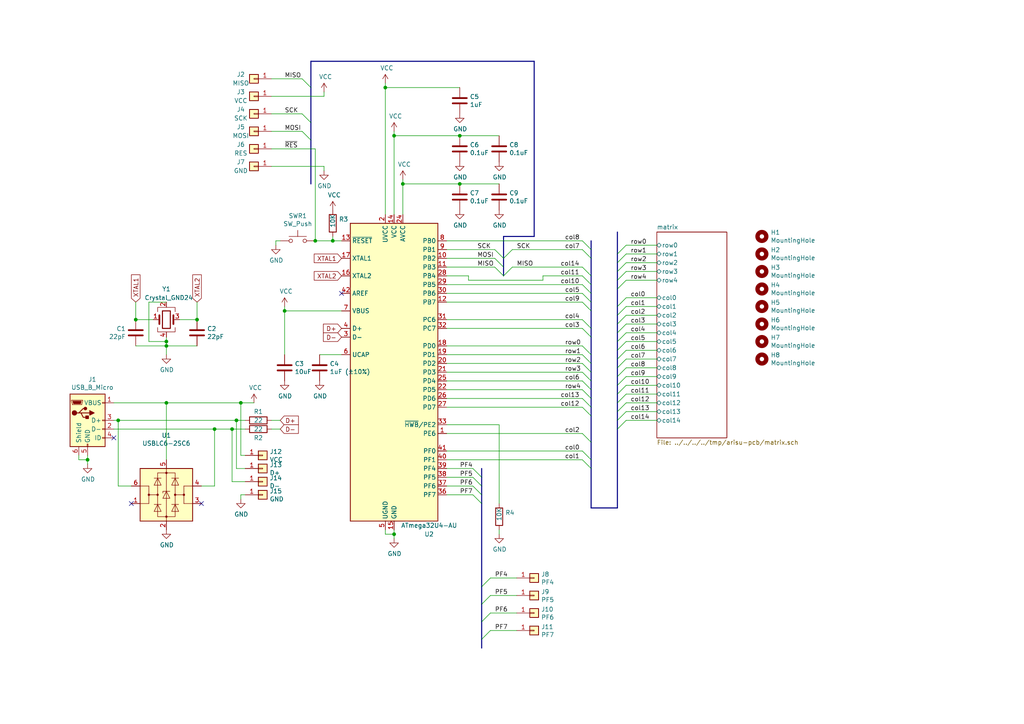
<source format=kicad_sch>
(kicad_sch (version 20230121) (generator eeschema)
  (paper "A4")
  (title_block (title "Arisu") (rev "1.0") (company "Fate"))
  (lib_symbols
    (symbol "Connector:USB_B_Micro" (pin_names (offset 1.016))
      (property "Reference" "J" (at -5.08 11.43 0))
      (property "Value" "USB_B_Micro" (at -5.08 8.89 0))
      (symbol "USB_B_Micro_0_1"
        (rectangle (start -5.08 -7.62) (end 5.08 7.62) (stroke (width 0.254)) (fill (type background)))
        (circle (center -3.81 2.159) (radius 0.635) (stroke (width 0.254)) (fill (type outline)))
        (circle (center -0.635 3.429) (radius 0.381) (stroke (width 0.254)) (fill (type outline)))
        (rectangle (start -0.127 -7.62) (end 0.127 -6.858))
        (polyline (pts (xy -1.905 2.159) (xy 0.635 2.159)) (stroke (width 0.254)))
        (polyline (pts (xy -3.175 2.159) (xy -2.54 2.159) (xy -1.27 3.429) (xy -0.635 3.429)) (stroke (width 0.254)))
        (polyline (pts (xy -2.54 2.159) (xy -1.905 2.159) (xy -1.27 0.889) (xy 0 0.889)) (stroke (width 0.254)))
        (polyline (pts (xy 0.635 2.794) (xy 0.635 1.524) (xy 1.905 2.159) (xy 0.635 2.794)) (stroke (width 0.254)) (fill (type outline)))
        (polyline (pts (xy -4.318 5.588) (xy -1.778 5.588) (xy -2.032 4.826) (xy -4.064 4.826) (xy -4.318 5.588)) (fill (type outline)))
        (polyline (pts (xy -4.699 5.842) (xy -4.699 5.588) (xy -4.445 4.826) (xy -4.445 4.572) (xy -1.651 4.572) (xy -1.651 4.826) (xy -1.397 5.588) (xy -1.397 5.842) (xy -4.699 5.842)))
        (rectangle (start 0.254 1.27) (end -0.508 0.508) (stroke (width 0.254)) (fill (type outline)))
        (rectangle (start 5.08 -5.207) (end 4.318 -4.953))
        (rectangle (start 5.08 -2.667) (end 4.318 -2.413))
        (rectangle (start 5.08 -0.127) (end 4.318 0.127))
        (rectangle (start 5.08 4.953) (end 4.318 5.207))
      )
      (symbol "USB_B_Micro_1_1"
        (pin power_out line (at 7.62 5.08 180) (length 2.54) (name "VBUS") (number "1"))
        (pin bidirectional line (at 7.62 -2.54 180) (length 2.54) (name "D-") (number "2"))
        (pin bidirectional line (at 7.62 0 180) (length 2.54) (name "D+") (number "3"))
        (pin passive line (at 7.62 -5.08 180) (length 2.54) (name "ID") (number "4"))
        (pin power_out line (at 0 -10.16 90) (length 2.54) (name "GND") (number "5"))
        (pin passive line (at -2.54 -10.16 90) (length 2.54) (name "Shield") (number "6"))
      )
    )
    (symbol "Connector_Generic:Conn_01x01" (pin_names (offset 1.016) hide)
      (property "Reference" "J" (at 0 2.54 0))
      (property "Value" "Conn_01x01" (at 0 -2.54 0))
      (symbol "Conn_01x01_1_1"
        (rectangle (start -1.27 0.127) (end 0 -0.127) (stroke (width 0.1524)))
        (rectangle (start -1.27 1.27) (end 1.27 -1.27) (stroke (width 0.254)) (fill (type background)))
        (pin passive line (at -5.08 0 0) (length 3.81) (name "Pin_1") (number "1"))
      )
    )
    (symbol "Device:C" (pin_numbers hide) (pin_names (offset 0.254))
      (property "Reference" "C" (at 0.635 2.54 0))
      (property "Value" "C" (at 0.635 -2.54 0))
      (symbol "C_0_1"
        (polyline (pts (xy -2.032 -0.762) (xy 2.032 -0.762)) (stroke (width 0.508)))
        (polyline (pts (xy -2.032 0.762) (xy 2.032 0.762)) (stroke (width 0.508)))
      )
      (symbol "C_1_1"
        (pin passive line (at 0 3.81 270) (length 2.794) (name "~") (number "1"))
        (pin passive line (at 0 -3.81 90) (length 2.794) (name "~") (number "2"))
      )
    )
    (symbol "Device:Crystal_GND24" (pin_names (offset 1.016) hide)
      (property "Reference" "Y" (at 3.175 5.08 0))
      (property "Value" "Crystal_GND24" (at 3.175 3.175 0))
      (symbol "Crystal_GND24_0_1"
        (rectangle (start -1.143 2.54) (end 1.143 -2.54) (stroke (width 0.3048)))
        (polyline (pts (xy -2.54 0) (xy -2.032 0)))
        (polyline (pts (xy -2.032 -1.27) (xy -2.032 1.27)) (stroke (width 0.508)))
        (polyline (pts (xy 0 -3.81) (xy 0 -3.556)))
        (polyline (pts (xy 0 3.556) (xy 0 3.81)))
        (polyline (pts (xy 2.032 -1.27) (xy 2.032 1.27)) (stroke (width 0.508)))
        (polyline (pts (xy 2.032 0) (xy 2.54 0)))
        (polyline (pts (xy -2.54 -2.286) (xy -2.54 -3.556) (xy 2.54 -3.556) (xy 2.54 -2.286)))
        (polyline (pts (xy -2.54 2.286) (xy -2.54 3.556) (xy 2.54 3.556) (xy 2.54 2.286)))
      )
      (symbol "Crystal_GND24_1_1"
        (pin passive line (at -3.81 0 0) (length 1.27) (name "1") (number "1"))
        (pin passive line (at 0 5.08 270) (length 1.27) (name "2") (number "2"))
        (pin passive line (at 3.81 0 180) (length 1.27) (name "3") (number "3"))
        (pin passive line (at 0 -5.08 90) (length 1.27) (name "4") (number "4"))
      )
    )
    (symbol "Device:R" (pin_numbers hide) (pin_names (offset 0))
      (property "Reference" "R" (at 2.032 0 90))
      (property "Value" "R" (at 0 0 90))
      (symbol "R_0_1"
        (rectangle (start -1.016 -2.54) (end 1.016 2.54) (stroke (width 0.254)))
      )
      (symbol "R_1_1"
        (pin passive line (at 0 3.81 270) (length 1.27) (name "~") (number "1"))
        (pin passive line (at 0 -3.81 90) (length 1.27) (name "~") (number "2"))
      )
    )
    (symbol "Mechanical:MountingHole" (pin_names (offset 1.016))
      (property "Reference" "H" (at 0 5.08 0))
      (property "Value" "MountingHole" (at 0 3.175 0))
      (symbol "MountingHole_0_1"
        (circle (center 0 0) (radius 1.27) (stroke (width 1.27)))
      )
    )
    (symbol "Power_Protection:USBLC6-2SC6" (pin_names hide)
      (property "Reference" "U" (at 2.54 8.89 0))
      (property "Value" "USBLC6-2SC6" (at 2.54 -8.89 0))
      (symbol "USBLC6-2SC6_0_1"
        (rectangle (start -7.62 -7.62) (end 7.62 7.62) (stroke (width 0.254)) (fill (type background)))
        (circle (center -5.08 0) (radius 0.254) (fill (type outline)))
        (circle (center -2.54 0) (radius 0.254) (fill (type outline)))
        (rectangle (start -2.54 6.35) (end 2.54 -6.35))
        (circle (center 0 -6.35) (radius 0.254) (fill (type outline)))
        (polyline (pts (xy -5.08 -2.54) (xy -7.62 -2.54)))
        (polyline (pts (xy -5.08 0) (xy -5.08 -2.54)))
        (polyline (pts (xy -5.08 2.54) (xy -7.62 2.54)))
        (polyline (pts (xy -1.524 -2.794) (xy -3.556 -2.794)))
        (polyline (pts (xy -1.524 4.826) (xy -3.556 4.826)))
        (polyline (pts (xy 0 -7.62) (xy 0 -6.35)))
        (polyline (pts (xy 0 -6.35) (xy 0 1.27)))
        (polyline (pts (xy 0 1.27) (xy 0 6.35)))
        (polyline (pts (xy 0 6.35) (xy 0 7.62)))
        (polyline (pts (xy 1.524 -2.794) (xy 3.556 -2.794)))
        (polyline (pts (xy 1.524 4.826) (xy 3.556 4.826)))
        (polyline (pts (xy 5.08 -2.54) (xy 7.62 -2.54)))
        (polyline (pts (xy 5.08 0) (xy 5.08 -2.54)))
        (polyline (pts (xy 5.08 2.54) (xy 7.62 2.54)))
        (polyline (pts (xy -2.54 0) (xy -5.08 0) (xy -5.08 2.54)))
        (polyline (pts (xy 2.54 0) (xy 5.08 0) (xy 5.08 2.54)))
        (polyline (pts (xy -3.556 -4.826) (xy -1.524 -4.826) (xy -2.54 -2.794) (xy -3.556 -4.826)))
        (polyline (pts (xy -3.556 2.794) (xy -1.524 2.794) (xy -2.54 4.826) (xy -3.556 2.794)))
        (polyline (pts (xy -1.016 -1.016) (xy 1.016 -1.016) (xy 0 1.016) (xy -1.016 -1.016)))
        (polyline (pts (xy 1.016 1.016) (xy 0.762 1.016) (xy -1.016 1.016) (xy -1.016 0.508)))
        (polyline (pts (xy 3.556 -4.826) (xy 1.524 -4.826) (xy 2.54 -2.794) (xy 3.556 -4.826)))
        (polyline (pts (xy 3.556 2.794) (xy 1.524 2.794) (xy 2.54 4.826) (xy 3.556 2.794)))
        (circle (center 0 6.35) (radius 0.254) (fill (type outline)))
        (circle (center 2.54 0) (radius 0.254) (fill (type outline)))
        (circle (center 5.08 0) (radius 0.254) (fill (type outline)))
      )
      (symbol "USBLC6-2SC6_1_1"
        (pin passive line (at -10.16 -2.54 0) (length 2.54) (name "I/O1") (number "1"))
        (pin passive line (at 0 -10.16 90) (length 2.54) (name "GND") (number "2"))
        (pin passive line (at 10.16 -2.54 180) (length 2.54) (name "I/O2") (number "3"))
        (pin passive line (at 10.16 2.54 180) (length 2.54) (name "I/O2") (number "4"))
        (pin passive line (at 0 10.16 270) (length 2.54) (name "VBUS") (number "5"))
        (pin passive line (at -10.16 2.54 0) (length 2.54) (name "I/O1") (number "6"))
      )
    )
    (symbol "Switch:SW_Push" (pin_numbers hide) (pin_names (offset 1.016) hide)
      (property "Reference" "SW" (at 1.27 2.54 0))
      (property "Value" "SW_Push" (at 0 -1.524 0))
      (symbol "SW_Push_0_1"
        (circle (center -2.032 0) (radius 0.508))
        (polyline (pts (xy 0 1.27) (xy 0 3.048)))
        (polyline (pts (xy 2.54 1.27) (xy -2.54 1.27)))
        (circle (center 2.032 0) (radius 0.508))
        (pin passive line (at -5.08 0 0) (length 2.54) (name "1") (number "1"))
        (pin passive line (at 5.08 0 180) (length 2.54) (name "2") (number "2"))
      )
    )
    (symbol "arisu-rescue:ATmega32U4-AU-MCU_Microchip_ATmega"
      (property "Reference" "U" (at -12.7 44.45 0))
      (property "Value" "MCU_Microchip_ATmega_ATmega32U4-AU" (at 2.54 -44.45 0))
      (symbol "ATmega32U4-AU-MCU_Microchip_ATmega_0_1"
        (rectangle (start -12.7 -43.18) (end 12.7 43.18) (stroke (width 0.254)) (fill (type background)))
      )
      (symbol "ATmega32U4-AU-MCU_Microchip_ATmega_1_1"
        (pin bidirectional line (at 15.24 -17.78 180) (length 2.54) (name "PE6") (number "1"))
        (pin bidirectional line (at 15.24 33.02 180) (length 2.54) (name "PB2") (number "10"))
        (pin bidirectional line (at 15.24 30.48 180) (length 2.54) (name "PB3") (number "11"))
        (pin bidirectional line (at 15.24 20.32 180) (length 2.54) (name "PB7") (number "12"))
        (pin input line (at -15.24 38.1 0) (length 2.54) (name "~{RESET}") (number "13"))
        (pin power_in line (at 0 45.72 270) (length 2.54) (name "VCC") (number "14"))
        (pin power_in line (at 0 -45.72 90) (length 2.54) (name "GND") (number "15"))
        (pin output line (at -15.24 27.94 0) (length 2.54) (name "XTAL2") (number "16"))
        (pin input line (at -15.24 33.02 0) (length 2.54) (name "XTAL1") (number "17"))
        (pin bidirectional line (at 15.24 7.62 180) (length 2.54) (name "PD0") (number "18"))
        (pin bidirectional line (at 15.24 5.08 180) (length 2.54) (name "PD1") (number "19"))
        (pin power_in line (at -2.54 45.72 270) (length 2.54) (name "UVCC") (number "2"))
        (pin bidirectional line (at 15.24 2.54 180) (length 2.54) (name "PD2") (number "20"))
        (pin bidirectional line (at 15.24 0 180) (length 2.54) (name "PD3") (number "21"))
        (pin bidirectional line (at 15.24 -5.08 180) (length 2.54) (name "PD5") (number "22"))
        (pin passive line (at 0 -45.72 90) (length 2.54) hide (name "GND") (number "23"))
        (pin power_in line (at 2.54 45.72 270) (length 2.54) (name "AVCC") (number "24"))
        (pin bidirectional line (at 15.24 -2.54 180) (length 2.54) (name "PD4") (number "25"))
        (pin bidirectional line (at 15.24 -7.62 180) (length 2.54) (name "PD6") (number "26"))
        (pin bidirectional line (at 15.24 -10.16 180) (length 2.54) (name "PD7") (number "27"))
        (pin bidirectional line (at 15.24 27.94 180) (length 2.54) (name "PB4") (number "28"))
        (pin bidirectional line (at 15.24 25.4 180) (length 2.54) (name "PB5") (number "29"))
        (pin bidirectional line (at -15.24 10.16 0) (length 2.54) (name "D-") (number "3"))
        (pin bidirectional line (at 15.24 22.86 180) (length 2.54) (name "PB6") (number "30"))
        (pin bidirectional line (at 15.24 15.24 180) (length 2.54) (name "PC6") (number "31"))
        (pin bidirectional line (at 15.24 12.7 180) (length 2.54) (name "PC7") (number "32"))
        (pin bidirectional line (at 15.24 -15.24 180) (length 2.54) (name "~{HWB}/PE2") (number "33"))
        (pin passive line (at 0 45.72 270) (length 2.54) hide (name "VCC") (number "34"))
        (pin passive line (at 0 -45.72 90) (length 2.54) hide (name "GND") (number "35"))
        (pin bidirectional line (at 15.24 -35.56 180) (length 2.54) (name "PF7") (number "36"))
        (pin bidirectional line (at 15.24 -33.02 180) (length 2.54) (name "PF6") (number "37"))
        (pin bidirectional line (at 15.24 -30.48 180) (length 2.54) (name "PF5") (number "38"))
        (pin bidirectional line (at 15.24 -27.94 180) (length 2.54) (name "PF4") (number "39"))
        (pin bidirectional line (at -15.24 12.7 0) (length 2.54) (name "D+") (number "4"))
        (pin bidirectional line (at 15.24 -25.4 180) (length 2.54) (name "PF1") (number "40"))
        (pin bidirectional line (at 15.24 -22.86 180) (length 2.54) (name "PF0") (number "41"))
        (pin passive line (at -15.24 22.86 0) (length 2.54) (name "AREF") (number "42"))
        (pin passive line (at 0 -45.72 90) (length 2.54) hide (name "GND") (number "43"))
        (pin passive line (at 2.54 45.72 270) (length 2.54) hide (name "AVCC") (number "44"))
        (pin passive line (at -2.54 -45.72 90) (length 2.54) (name "UGND") (number "5"))
        (pin passive line (at -15.24 5.08 0) (length 2.54) (name "UCAP") (number "6"))
        (pin input line (at -15.24 17.78 0) (length 2.54) (name "VBUS") (number "7"))
        (pin bidirectional line (at 15.24 38.1 180) (length 2.54) (name "PB0") (number "8"))
        (pin bidirectional line (at 15.24 35.56 180) (length 2.54) (name "PB1") (number "9"))
      )
    )
    (symbol "power:GND" (power) (pin_names (offset 0))
      (property "Value" "GND" (at 0 -3.81 0))
      (symbol "GND_0_1"
        (polyline (pts (xy 0 0) (xy 0 -1.27) (xy 1.27 -1.27) (xy 0 -2.54) (xy -1.27 -1.27) (xy 0 -1.27)))
      )
      (symbol "GND_1_1"
        (pin power_in line (at 0 0 270) (length 0) hide (name "GND") (number "1"))
      )
    )
    (symbol "power:VCC" (power) (pin_names (offset 0))
      (property "Value" "VCC" (at 0 3.81 0))
      (symbol "VCC_0_1"
        (polyline (pts (xy -0.762 1.27) (xy 0 2.54)))
        (polyline (pts (xy 0 0) (xy 0 2.54)))
        (polyline (pts (xy 0 2.54) (xy 0.762 1.27)))
      )
      (symbol "VCC_1_1"
        (pin power_in line (at 0 0 90) (length 0) hide (name "VCC") (number "1"))
      )
    )
  )
  (junction (at 62.23 124.46))
  (junction (at 68.58 121.92))
  (junction (at 67.31 124.46))
  (junction (at 69.85 116.84))
  (junction (at 114.3 154.94))
  (junction (at 114.3 39.37))
  (junction (at 57.15 92.71))
  (junction (at 48.26 100.33))
  (junction (at 48.26 99.06))
  (junction (at 133.35 39.37))
  (junction (at 48.26 116.84))
  (junction (at 111.76 25.4))
  (junction (at 133.35 53.34))
  (junction (at 82.55 90.17))
  (junction (at 91.44 69.85))
  (junction (at 25.4 133.35))
  (junction (at 116.84 53.34))
  (junction (at 96.52 69.85))
  (junction (at 34.29 121.92))
  (junction (at 39.37 92.71))
  (no_connect (at 99.06 85.09))
  (no_connect (at 58.42 146.05))
  (no_connect (at 33.02 127))
  (no_connect (at 38.1 146.05))
  (bus_entry (at 168.91 92.71) (size 2.54 2.54))
  (bus_entry (at 179.07 114.3) (size 2.54 -2.54))
  (bus_entry (at 179.07 124.46) (size 2.54 -2.54))
  (bus_entry (at 168.91 85.09) (size 2.54 2.54))
  (bus_entry (at 143.51 74.93) (size 2.54 2.54))
  (bus_entry (at 168.91 110.49) (size 2.54 2.54))
  (bus_entry (at 168.91 72.39) (size 2.54 2.54))
  (bus_entry (at 179.07 78.74) (size 2.54 -2.54))
  (bus_entry (at 179.07 111.76) (size 2.54 -2.54))
  (bus_entry (at 168.91 113.03) (size 2.54 2.54))
  (bus_entry (at 168.91 105.41) (size 2.54 2.54))
  (bus_entry (at 179.07 101.6) (size 2.54 -2.54))
  (bus_entry (at 168.91 107.95) (size 2.54 2.54))
  (bus_entry (at 139.7 185.42) (size 2.54 -2.54))
  (bus_entry (at 146.05 80.01) (size 2.54 -2.54))
  (bus_entry (at 179.07 83.82) (size 2.54 -2.54))
  (bus_entry (at 168.91 130.81) (size 2.54 2.54))
  (bus_entry (at 179.07 109.22) (size 2.54 -2.54))
  (bus_entry (at 168.91 100.33) (size 2.54 2.54))
  (bus_entry (at 179.07 88.9) (size 2.54 -2.54))
  (bus_entry (at 168.91 95.25) (size 2.54 2.54))
  (bus_entry (at 179.07 104.14) (size 2.54 -2.54))
  (bus_entry (at 137.16 138.43) (size 2.54 2.54))
  (bus_entry (at 137.16 143.51) (size 2.54 2.54))
  (bus_entry (at 179.07 116.84) (size 2.54 -2.54))
  (bus_entry (at 168.91 69.85) (size 2.54 2.54))
  (bus_entry (at 168.91 80.01) (size 2.54 2.54))
  (bus_entry (at 179.07 76.2) (size 2.54 -2.54))
  (bus_entry (at 179.07 81.28) (size 2.54 -2.54))
  (bus_entry (at 143.51 72.39) (size 2.54 2.54))
  (bus_entry (at 179.07 73.66) (size 2.54 -2.54))
  (bus_entry (at 139.7 180.34) (size 2.54 -2.54))
  (bus_entry (at 87.63 38.1) (size 2.54 2.54))
  (bus_entry (at 143.51 77.47) (size 2.54 2.54))
  (bus_entry (at 168.91 115.57) (size 2.54 2.54))
  (bus_entry (at 87.63 22.86) (size 2.54 2.54))
  (bus_entry (at 168.91 102.87) (size 2.54 2.54))
  (bus_entry (at 87.63 33.02) (size 2.54 2.54))
  (bus_entry (at 168.91 133.35) (size 2.54 2.54))
  (bus_entry (at 139.7 170.18) (size 2.54 -2.54))
  (bus_entry (at 179.07 91.44) (size 2.54 -2.54))
  (bus_entry (at 179.07 96.52) (size 2.54 -2.54))
  (bus_entry (at 168.91 118.11) (size 2.54 2.54))
  (bus_entry (at 139.7 175.26) (size 2.54 -2.54))
  (bus_entry (at 168.91 87.63) (size 2.54 2.54))
  (bus_entry (at 179.07 119.38) (size 2.54 -2.54))
  (bus_entry (at 168.91 125.73) (size 2.54 2.54))
  (bus_entry (at 146.05 74.93) (size 2.54 -2.54))
  (bus_entry (at 168.91 82.55) (size 2.54 2.54))
  (bus_entry (at 179.07 121.92) (size 2.54 -2.54))
  (bus_entry (at 179.07 93.98) (size 2.54 -2.54))
  (bus_entry (at 179.07 106.68) (size 2.54 -2.54))
  (bus_entry (at 168.91 77.47) (size 2.54 2.54))
  (bus_entry (at 137.16 135.89) (size 2.54 2.54))
  (bus_entry (at 137.16 140.97) (size 2.54 2.54))
  (bus_entry (at 179.07 99.06) (size 2.54 -2.54))
  (wire (pts (xy 181.61 96.52) (xy 190.5 96.52)))
  (wire (pts (xy 78.74 124.46) (xy 81.28 124.46)))
  (bus (pts (xy 146.05 74.93) (xy 146.05 77.47)))
  (wire (pts (xy 135.89 80.01) (xy 135.89 81.28)))
  (wire (pts (xy 71.12 135.89) (xy 68.58 135.89)))
  (wire (pts (xy 99.06 90.17) (xy 82.55 90.17)))
  (wire (pts (xy 93.98 27.94) (xy 93.98 26.67)))
  (wire (pts (xy 181.61 81.28) (xy 190.5 81.28)))
  (bus (pts (xy 171.45 74.93) (xy 171.45 80.01)))
  (bus (pts (xy 179.07 78.74) (xy 179.07 81.28)))
  (wire (pts (xy 129.54 100.33) (xy 168.91 100.33)))
  (bus (pts (xy 179.07 96.52) (xy 179.07 99.06)))
  (wire (pts (xy 78.74 22.86) (xy 87.63 22.86)))
  (wire (pts (xy 80.01 69.85) (xy 80.01 71.12)))
  (wire (pts (xy 78.74 38.1) (xy 87.63 38.1)))
  (bus (pts (xy 139.7 175.26) (xy 139.7 180.34)))
  (wire (pts (xy 129.54 85.09) (xy 168.91 85.09)))
  (wire (pts (xy 22.86 133.35) (xy 25.4 133.35)))
  (wire (pts (xy 82.55 90.17) (xy 82.55 102.87)))
  (wire (pts (xy 57.15 100.33) (xy 48.26 100.33)))
  (wire (pts (xy 190.5 71.12) (xy 181.61 71.12)))
  (wire (pts (xy 181.61 93.98) (xy 190.5 93.98)))
  (bus (pts (xy 179.07 67.31) (xy 179.07 73.66)))
  (bus (pts (xy 90.17 25.4) (xy 90.17 35.56)))
  (wire (pts (xy 34.29 140.97) (xy 34.29 121.92)))
  (wire (pts (xy 129.54 102.87) (xy 168.91 102.87)))
  (bus (pts (xy 146.05 77.47) (xy 146.05 80.01)))
  (bus (pts (xy 179.07 93.98) (xy 179.07 96.52)))
  (bus (pts (xy 90.17 35.56) (xy 90.17 40.64)))
  (bus (pts (xy 171.45 102.87) (xy 171.45 105.41)))
  (wire (pts (xy 39.37 92.71) (xy 44.45 92.71)))
  (wire (pts (xy 129.54 115.57) (xy 168.91 115.57)))
  (wire (pts (xy 129.54 105.41) (xy 168.91 105.41)))
  (wire (pts (xy 129.54 110.49) (xy 168.91 110.49)))
  (wire (pts (xy 39.37 100.33) (xy 48.26 100.33)))
  (wire (pts (xy 116.84 53.34) (xy 133.35 53.34)))
  (bus (pts (xy 154.94 17.78) (xy 154.94 68.58)))
  (wire (pts (xy 129.54 135.89) (xy 137.16 135.89)))
  (bus (pts (xy 139.7 185.42) (xy 139.7 187.96)))
  (bus (pts (xy 171.45 85.09) (xy 171.45 87.63)))
  (wire (pts (xy 58.42 140.97) (xy 62.23 140.97)))
  (wire (pts (xy 114.3 38.1) (xy 114.3 39.37)))
  (wire (pts (xy 52.07 92.71) (xy 57.15 92.71)))
  (wire (pts (xy 48.26 116.84) (xy 69.85 116.84)))
  (wire (pts (xy 181.61 99.06) (xy 190.5 99.06)))
  (wire (pts (xy 129.54 118.11) (xy 168.91 118.11)))
  (bus (pts (xy 139.7 135.89) (xy 139.7 138.43)))
  (bus (pts (xy 171.45 118.11) (xy 171.45 120.65)))
  (wire (pts (xy 129.54 77.47) (xy 143.51 77.47)))
  (bus (pts (xy 90.17 17.78) (xy 154.94 17.78)))
  (bus (pts (xy 171.45 72.39) (xy 171.45 74.93)))
  (wire (pts (xy 111.76 25.4) (xy 111.76 62.23)))
  (bus (pts (xy 139.7 140.97) (xy 139.7 143.51)))
  (bus (pts (xy 179.07 76.2) (xy 179.07 78.74)))
  (wire (pts (xy 34.29 140.97) (xy 38.1 140.97)))
  (wire (pts (xy 142.24 172.72) (xy 149.86 172.72)))
  (wire (pts (xy 81.28 69.85) (xy 80.01 69.85)))
  (wire (pts (xy 33.02 121.92) (xy 34.29 121.92)))
  (bus (pts (xy 90.17 17.78) (xy 90.17 25.4)))
  (wire (pts (xy 69.85 143.51) (xy 69.85 144.78)))
  (bus (pts (xy 171.45 128.27) (xy 171.45 133.35)))
  (wire (pts (xy 157.48 80.01) (xy 157.48 81.28)))
  (bus (pts (xy 171.45 107.95) (xy 171.45 110.49)))
  (wire (pts (xy 181.61 88.9) (xy 190.5 88.9)))
  (bus (pts (xy 179.07 99.06) (xy 179.07 101.6)))
  (wire (pts (xy 114.3 153.67) (xy 114.3 154.94)))
  (wire (pts (xy 144.78 123.19) (xy 144.78 146.05)))
  (bus (pts (xy 171.45 135.89) (xy 171.45 147.32)))
  (wire (pts (xy 68.58 121.92) (xy 71.12 121.92)))
  (wire (pts (xy 67.31 139.7) (xy 67.31 124.46)))
  (wire (pts (xy 181.61 109.22) (xy 190.5 109.22)))
  (wire (pts (xy 67.31 124.46) (xy 71.12 124.46)))
  (wire (pts (xy 129.54 95.25) (xy 168.91 95.25)))
  (wire (pts (xy 111.76 24.13) (xy 111.76 25.4)))
  (bus (pts (xy 139.7 170.18) (xy 139.7 175.26)))
  (wire (pts (xy 129.54 107.95) (xy 168.91 107.95)))
  (wire (pts (xy 114.3 39.37) (xy 114.3 62.23)))
  (bus (pts (xy 179.07 109.22) (xy 179.07 111.76)))
  (wire (pts (xy 129.54 130.81) (xy 168.91 130.81)))
  (wire (pts (xy 78.74 48.26) (xy 93.98 48.26)))
  (wire (pts (xy 93.98 48.26) (xy 93.98 49.53)))
  (wire (pts (xy 62.23 124.46) (xy 67.31 124.46)))
  (wire (pts (xy 114.3 39.37) (xy 133.35 39.37)))
  (wire (pts (xy 181.61 78.74) (xy 190.5 78.74)))
  (bus (pts (xy 179.07 116.84) (xy 179.07 119.38)))
  (bus (pts (xy 171.45 95.25) (xy 171.45 97.79)))
  (wire (pts (xy 62.23 140.97) (xy 62.23 124.46)))
  (wire (pts (xy 129.54 125.73) (xy 168.91 125.73)))
  (bus (pts (xy 171.45 147.32) (xy 179.07 147.32)))
  (bus (pts (xy 179.07 83.82) (xy 179.07 88.9)))
  (wire (pts (xy 181.61 121.92) (xy 190.5 121.92)))
  (wire (pts (xy 129.54 80.01) (xy 135.89 80.01)))
  (bus (pts (xy 139.7 138.43) (xy 139.7 140.97)))
  (bus (pts (xy 139.7 146.05) (xy 139.7 170.18)))
  (wire (pts (xy 116.84 53.34) (xy 116.84 62.23)))
  (wire (pts (xy 181.61 104.14) (xy 190.5 104.14)))
  (bus (pts (xy 146.05 68.58) (xy 146.05 74.93)))
  (wire (pts (xy 48.26 87.63) (xy 43.18 87.63)))
  (wire (pts (xy 69.85 132.08) (xy 69.85 116.84)))
  (wire (pts (xy 57.15 92.71) (xy 57.15 87.63)))
  (wire (pts (xy 135.89 81.28) (xy 157.48 81.28)))
  (wire (pts (xy 78.74 27.94) (xy 93.98 27.94)))
  (wire (pts (xy 116.84 52.07) (xy 116.84 53.34)))
  (wire (pts (xy 48.26 99.06) (xy 48.26 97.79)))
  (wire (pts (xy 129.54 74.93) (xy 143.51 74.93)))
  (bus (pts (xy 171.45 87.63) (xy 171.45 90.17)))
  (wire (pts (xy 91.44 69.85) (xy 96.52 69.85)))
  (bus (pts (xy 171.45 113.03) (xy 171.45 115.57)))
  (wire (pts (xy 73.66 116.84) (xy 69.85 116.84)))
  (wire (pts (xy 25.4 133.35) (xy 25.4 134.62)))
  (wire (pts (xy 43.18 99.06) (xy 48.26 99.06)))
  (wire (pts (xy 181.61 111.76) (xy 190.5 111.76)))
  (wire (pts (xy 111.76 154.94) (xy 114.3 154.94)))
  (bus (pts (xy 90.17 40.64) (xy 90.17 53.34)))
  (wire (pts (xy 181.61 86.36) (xy 190.5 86.36)))
  (wire (pts (xy 48.26 100.33) (xy 48.26 99.06)))
  (wire (pts (xy 181.61 101.6) (xy 190.5 101.6)))
  (wire (pts (xy 181.61 91.44) (xy 190.5 91.44)))
  (wire (pts (xy 78.74 43.18) (xy 91.44 43.18)))
  (wire (pts (xy 96.52 68.58) (xy 96.52 69.85)))
  (wire (pts (xy 133.35 39.37) (xy 144.78 39.37)))
  (wire (pts (xy 129.54 133.35) (xy 168.91 133.35)))
  (wire (pts (xy 168.91 80.01) (xy 157.48 80.01)))
  (wire (pts (xy 144.78 154.94) (xy 144.78 153.67)))
  (bus (pts (xy 171.45 82.55) (xy 171.45 85.09)))
  (bus (pts (xy 179.07 119.38) (xy 179.07 121.92)))
  (wire (pts (xy 71.12 139.7) (xy 67.31 139.7)))
  (wire (pts (xy 133.35 53.34) (xy 144.78 53.34)))
  (bus (pts (xy 171.45 105.41) (xy 171.45 107.95)))
  (wire (pts (xy 48.26 102.87) (xy 48.26 100.33)))
  (wire (pts (xy 71.12 132.08) (xy 69.85 132.08)))
  (wire (pts (xy 48.26 133.35) (xy 48.26 116.84)))
  (wire (pts (xy 91.44 43.18) (xy 91.44 69.85)))
  (bus (pts (xy 179.07 111.76) (xy 179.07 114.3)))
  (wire (pts (xy 22.86 132.08) (xy 22.86 133.35)))
  (wire (pts (xy 78.74 33.02) (xy 87.63 33.02)))
  (bus (pts (xy 171.45 133.35) (xy 171.45 135.89)))
  (wire (pts (xy 181.61 119.38) (xy 190.5 119.38)))
  (wire (pts (xy 129.54 143.51) (xy 137.16 143.51)))
  (bus (pts (xy 171.45 90.17) (xy 171.45 95.25)))
  (wire (pts (xy 181.61 116.84) (xy 190.5 116.84)))
  (wire (pts (xy 71.12 143.51) (xy 69.85 143.51)))
  (wire (pts (xy 181.61 76.2) (xy 190.5 76.2)))
  (wire (pts (xy 39.37 92.71) (xy 39.37 87.63)))
  (bus (pts (xy 179.07 91.44) (xy 179.07 93.98)))
  (wire (pts (xy 78.74 121.92) (xy 81.28 121.92)))
  (wire (pts (xy 181.61 114.3) (xy 190.5 114.3)))
  (wire (pts (xy 68.58 135.89) (xy 68.58 121.92)))
  (bus (pts (xy 171.45 97.79) (xy 171.45 102.87)))
  (bus (pts (xy 171.45 115.57) (xy 171.45 118.11)))
  (wire (pts (xy 129.54 82.55) (xy 168.91 82.55)))
  (bus (pts (xy 179.07 101.6) (xy 179.07 104.14)))
  (wire (pts (xy 111.76 153.67) (xy 111.76 154.94)))
  (wire (pts (xy 129.54 92.71) (xy 168.91 92.71)))
  (bus (pts (xy 179.07 88.9) (xy 179.07 91.44)))
  (bus (pts (xy 171.45 69.85) (xy 171.45 72.39)))
  (bus (pts (xy 171.45 120.65) (xy 171.45 128.27)))
  (wire (pts (xy 114.3 154.94) (xy 114.3 156.21)))
  (bus (pts (xy 179.07 121.92) (xy 179.07 124.46)))
  (bus (pts (xy 179.07 124.46) (xy 179.07 147.32)))
  (wire (pts (xy 143.51 72.39) (xy 129.54 72.39)))
  (bus (pts (xy 139.7 180.34) (xy 139.7 185.42)))
  (bus (pts (xy 171.45 110.49) (xy 171.45 113.03)))
  (wire (pts (xy 43.18 87.63) (xy 43.18 99.06)))
  (wire (pts (xy 148.59 77.47) (xy 168.91 77.47)))
  (wire (pts (xy 33.02 124.46) (xy 62.23 124.46)))
  (bus (pts (xy 179.07 106.68) (xy 179.07 109.22)))
  (wire (pts (xy 129.54 123.19) (xy 144.78 123.19)))
  (wire (pts (xy 148.59 72.39) (xy 168.91 72.39)))
  (wire (pts (xy 142.24 177.8) (xy 149.86 177.8)))
  (wire (pts (xy 92.71 102.87) (xy 99.06 102.87)))
  (wire (pts (xy 96.52 69.85) (xy 99.06 69.85)))
  (wire (pts (xy 25.4 132.08) (xy 25.4 133.35)))
  (bus (pts (xy 179.07 73.66) (xy 179.07 76.2)))
  (bus (pts (xy 139.7 143.51) (xy 139.7 146.05)))
  (bus (pts (xy 179.07 81.28) (xy 179.07 83.82)))
  (wire (pts (xy 129.54 138.43) (xy 137.16 138.43)))
  (wire (pts (xy 33.02 116.84) (xy 48.26 116.84)))
  (wire (pts (xy 181.61 106.68) (xy 190.5 106.68)))
  (wire (pts (xy 129.54 140.97) (xy 137.16 140.97)))
  (bus (pts (xy 179.07 114.3) (xy 179.07 116.84)))
  (bus (pts (xy 171.45 80.01) (xy 171.45 82.55)))
  (wire (pts (xy 129.54 87.63) (xy 168.91 87.63)))
  (wire (pts (xy 129.54 113.03) (xy 168.91 113.03)))
  (wire (pts (xy 142.24 167.64) (xy 149.86 167.64)))
  (bus (pts (xy 146.05 68.58) (xy 154.94 68.58)))
  (wire (pts (xy 190.5 73.66) (xy 181.61 73.66)))
  (wire (pts (xy 133.35 25.4) (xy 111.76 25.4)))
  (bus (pts (xy 179.07 104.14) (xy 179.07 106.68)))
  (wire (pts (xy 82.55 90.17) (xy 82.55 88.9)))
  (wire (pts (xy 142.24 182.88) (xy 149.86 182.88)))
  (wire (pts (xy 129.54 69.85) (xy 168.91 69.85)))
  (wire (pts (xy 34.29 121.92) (xy 68.58 121.92)))
  (label "col6" (at 182.88 101.6 0))
  (label "row3" (at 182.88 78.74 0))
  (label "col3" (at 182.88 93.98 0))
  (label "PF7" (at 143.51 182.88 0))
  (label "col14" (at 162.56 77.47 0))
  (label "col8" (at 182.88 106.68 0))
  (label "col12" (at 162.56 118.11 0))
  (label "col6" (at 163.83 110.49 0))
  (label "col2" (at 182.88 91.44 0))
  (label "col7" (at 163.83 72.39 0))
  (label "MOSI" (at 82.55 38.1 0))
  (label "row2" (at 163.83 105.41 0))
  (label "col10" (at 182.88 111.76 0))
  (label "PF5" (at 143.51 172.72 0))
  (label "col5" (at 163.83 85.09 0))
  (label "col14" (at 182.88 121.92 0))
  (label "col0" (at 163.83 130.81 0))
  (label "PF6" (at 133.35 140.97 0))
  (label "col9" (at 182.88 109.22 0))
  (label "row1" (at 163.83 102.87 0))
  (label "row3" (at 163.83 107.95 0))
  (label "col9" (at 163.83 87.63 0))
  (label "col4" (at 163.83 92.71 0))
  (label "PF4" (at 133.35 135.89 0))
  (label "row4" (at 163.83 113.03 0))
  (label "col8" (at 163.83 69.85 0))
  (label "row2" (at 182.88 76.2 0))
  (label "col5" (at 182.88 99.06 0))
  (label "row0" (at 163.83 100.33 0))
  (label "col1" (at 182.88 88.9 0))
  (label "PF5" (at 133.35 138.43 0))
  (label "col7" (at 182.88 104.14 0))
  (label "col1" (at 163.83 133.35 0))
  (label "PF4" (at 143.51 167.64 0))
  (label "MISO" (at 138.43 77.47 0))
  (label "PF6" (at 143.51 177.8 0))
  (label "SCK" (at 82.55 33.02 0))
  (label "col11" (at 182.88 114.3 0))
  (label "col11" (at 162.56 80.01 0))
  (label "row0" (at 182.88 71.12 0))
  (label "MISO" (at 149.86 77.47 0))
  (label "col0" (at 182.88 86.36 0))
  (label "~{RES}" (at 82.55 43.18 0))
  (label "col13" (at 182.88 119.38 0))
  (label "MISO" (at 82.55 22.86 0))
  (label "col10" (at 162.56 82.55 0))
  (label "row1" (at 182.88 73.66 0))
  (label "row4" (at 182.88 81.28 0))
  (label "col4" (at 182.88 96.52 0))
  (label "col3" (at 163.83 95.25 0))
  (label "col12" (at 182.88 116.84 0))
  (label "MOSI" (at 138.43 74.93 0))
  (label "PF7" (at 133.35 143.51 0))
  (label "SCK" (at 149.86 72.39 0))
  (label "col13" (at 162.56 115.57 0))
  (label "col2" (at 163.83 125.73 0))
  (label "SCK" (at 138.43 72.39 0))
  (global_label "D+" (shape input) (at 81.28 121.92 0) (property "Intersheetrefs" "${INTERSHEET_REFS}" (effects hide)))
  (global_label "XTAL2" (shape input) (at 57.15 87.63 90) (property "Intersheetrefs" "${INTERSHEET_REFS}" (effects hide)))
  (global_label "XTAL2" (shape input) (at 99.06 80.01 180) (property "Intersheetrefs" "${INTERSHEET_REFS}" (effects hide)))
  (global_label "XTAL1" (shape input) (at 39.37 87.63 90) (property "Intersheetrefs" "${INTERSHEET_REFS}" (effects hide)))
  (global_label "D-" (shape input) (at 99.06 97.79 180) (property "Intersheetrefs" "${INTERSHEET_REFS}" (effects hide)))
  (global_label "D+" (shape input) (at 99.06 95.25 180) (property "Intersheetrefs" "${INTERSHEET_REFS}" (effects hide)))
  (global_label "D-" (shape input) (at 81.28 124.46 0) (property "Intersheetrefs" "${INTERSHEET_REFS}" (effects hide)))
  (global_label "XTAL1" (shape input) (at 99.06 74.93 180) (property "Intersheetrefs" "${INTERSHEET_REFS}" (effects hide)))
  (symbol (lib_id "arisu-rescue:ATmega32U4-AU-MCU_Microchip_ATmega") (at 114.3 107.95 0) (unit 1)
    (property "Reference" "U2" (at 124.46 154.94 0))
    (property "Value" "ATmega32U4-AU" (at 124.46 152.4 0))
    (property "Footprint" "Housings_QFP:TQFP-44_10x10mm_Pitch0.8mm" (effects hide))
    (property "Datasheet" "http://ww1.microchip.com/downloads/en/DeviceDoc/Atmel-7766-8-bit-AVR-ATmega16U4-32U4_Datasheet.pdf" (effects hide))
  )
  (symbol (lib_id "Connector:USB_B_Micro") (at 25.4 121.92 0) (unit 1)
    (property "Reference" "J1" (at 26.797 110.0582 0))
    (property "Value" "USB_B_Micro" (at 26.797 112.3696 0))
    (property "Footprint" "Connectors_USB:USB_Micro-B_Molex-105017-0001" (effects hide))
  )
  (symbol (lib_id "Power_Protection:USBLC6-2SC6") (at 48.26 143.51 0) (unit 1)
    (property "Reference" "U1" (at 48.26 126.2888 0))
    (property "Value" "USBLC6-2SC6" (at 48.26 128.6002 0))
    (property "Footprint" "TO_SOT_Packages_SMD:SOT-23-6_Handsoldering" (effects hide))
    (property "Datasheet" "http://www2.st.com/resource/en/datasheet/CD00050750.pdf" (effects hide))
  )
  (symbol (lib_id "Device:R") (at 74.93 121.92 270) (unit 1)
    (property "Reference" "R1" (at 74.93 119.38 90))
    (property "Value" "22" (at 74.93 121.92 90))
    (property "Footprint" "Resistors_SMD:R_0805_HandSoldering" (effects hide))
  )
  (symbol (lib_id "Device:R") (at 74.93 124.46 270) (unit 1)
    (property "Reference" "R2" (at 74.93 127 90))
    (property "Value" "22" (at 74.93 124.46 90))
    (property "Footprint" "Resistors_SMD:R_0805_HandSoldering" (effects hide))
  )
  (symbol (lib_id "power:VCC") (at 73.66 116.84 0) (unit 1)
    (property "Reference" "#PWR0101" (effects hide))
    (property "Value" "VCC" (at 74.0918 112.4458 0))
  )
  (symbol (lib_id "power:GND") (at 25.4 134.62 0) (unit 1)
    (property "Reference" "#PWR0102" (effects hide))
    (property "Value" "GND" (at 25.527 139.0142 0))
  )
  (symbol (lib_id "power:GND") (at 48.26 153.67 0) (unit 1)
    (property "Reference" "#PWR0103" (effects hide))
    (property "Value" "GND" (at 48.387 158.0642 0))
  )
  (symbol (lib_id "Device:C") (at 92.71 106.68 0) (unit 1)
    (property "Reference" "C4" (at 95.631 105.5116 0) (effects (justify left)))
    (property "Value" "1uF (±10%)" (at 95.631 107.823 0) (effects (justify left)))
    (property "Footprint" "Capacitors_SMD:C_0805_HandSoldering" (effects hide))
  )
  (symbol (lib_id "power:GND") (at 92.71 110.49 0) (unit 1)
    (property "Reference" "#PWR0104" (effects hide))
    (property "Value" "GND" (at 92.837 114.8842 0))
  )
  (symbol (lib_id "Device:Crystal_GND24") (at 48.26 92.71 0) (unit 1)
    (property "Reference" "Y1" (at 46.99 83.82 0) (effects (justify left)))
    (property "Value" "Crystal_GND24" (at 41.91 86.36 0) (effects (justify left)))
    (property "Footprint" "Crystals:Crystal_SMD_SeikoEpson_FA238-4pin_3.2x2.5mm_HandSoldering" (effects hide))
  )
  (symbol (lib_id "Device:C") (at 39.37 96.52 0) (mirror x) (unit 1)
    (property "Reference" "C1" (at 36.4744 95.3516 0) (effects (justify right)))
    (property "Value" "22pF" (at 36.4744 97.663 0) (effects (justify right)))
    (property "Footprint" "Capacitors_SMD:C_0805_HandSoldering" (effects hide))
  )
  (symbol (lib_id "Device:C") (at 57.15 96.52 0) (unit 1)
    (property "Reference" "C2" (at 60.071 95.3516 0) (effects (justify left)))
    (property "Value" "22pF" (at 60.071 97.663 0) (effects (justify left)))
    (property "Footprint" "Capacitors_SMD:C_0805_HandSoldering" (effects hide))
  )
  (symbol (lib_id "power:GND") (at 48.26 102.87 0) (unit 1)
    (property "Reference" "#PWR0105" (effects hide))
    (property "Value" "GND" (at 48.387 107.2642 0))
  )
  (symbol (lib_id "power:VCC") (at 82.55 88.9 0) (unit 1)
    (property "Reference" "#PWR0106" (effects hide))
    (property "Value" "VCC" (at 82.9818 84.5058 0))
  )
  (symbol (lib_id "Device:C") (at 82.55 106.68 0) (unit 1)
    (property "Reference" "C3" (at 85.471 105.5116 0) (effects (justify left)))
    (property "Value" "10uF" (at 85.471 107.823 0) (effects (justify left)))
    (property "Footprint" "Capacitors_SMD:C_0805_HandSoldering" (effects hide))
  )
  (symbol (lib_id "power:GND") (at 82.55 110.49 0) (unit 1)
    (property "Reference" "#PWR0107" (effects hide))
    (property "Value" "GND" (at 82.677 114.8842 0))
  )
  (symbol (lib_id "Switch:SW_Push") (at 86.36 69.85 0) (unit 1)
    (property "Reference" "SWR1" (at 86.36 62.611 0))
    (property "Value" "SW_Push" (at 86.36 64.9224 0))
    (property "Footprint" "Buttons_Switches_SMD:SW_SPST_TL3342" (effects hide))
  )
  (symbol (lib_id "power:GND") (at 80.01 71.12 0) (unit 1)
    (property "Reference" "#PWR0108" (effects hide))
    (property "Value" "GND" (at 80.137 75.5142 0))
  )
  (symbol (lib_id "Device:R") (at 96.52 64.77 0) (unit 1)
    (property "Reference" "R3" (at 98.298 63.6016 0) (effects (justify left)))
    (property "Value" "10K" (at 96.52 66.04 90) (effects (justify left)))
    (property "Footprint" "Resistors_SMD:R_0805_HandSoldering" (effects hide))
  )
  (symbol (lib_id "power:VCC") (at 96.52 60.96 0) (unit 1)
    (property "Reference" "#PWR0109" (effects hide))
    (property "Value" "VCC" (at 96.9518 56.5658 0))
  )
  (symbol (lib_id "power:GND") (at 133.35 33.02 0) (unit 1)
    (property "Reference" "#PWR0113" (effects hide))
    (property "Value" "GND" (at 133.477 37.4142 0))
  )
  (symbol (lib_id "power:VCC") (at 111.76 24.13 0) (unit 1)
    (property "Reference" "#PWR0110" (effects hide))
    (property "Value" "VCC" (at 112.1918 19.7358 0))
  )
  (symbol (lib_id "power:GND") (at 144.78 60.96 0) (unit 1)
    (property "Reference" "#PWR0111" (effects hide))
    (property "Value" "GND" (at 144.907 65.3542 0))
  )
  (symbol (lib_id "power:GND") (at 144.78 46.99 0) (unit 1)
    (property "Reference" "#PWR0112" (effects hide))
    (property "Value" "GND" (at 144.907 51.3842 0))
  )
  (symbol (lib_id "Device:C") (at 133.35 29.21 0) (unit 1)
    (property "Reference" "C5" (at 136.271 28.0416 0) (effects (justify left)))
    (property "Value" "1uF" (at 136.271 30.353 0) (effects (justify left)))
    (property "Footprint" "Capacitors_SMD:C_0805_HandSoldering" (effects hide))
  )
  (symbol (lib_id "Device:C") (at 133.35 43.18 0) (unit 1)
    (property "Reference" "C6" (at 136.271 42.0116 0) (effects (justify left)))
    (property "Value" "0.1uF" (at 136.271 44.323 0) (effects (justify left)))
    (property "Footprint" "Capacitors_SMD:C_0805_HandSoldering" (effects hide))
  )
  (symbol (lib_id "power:GND") (at 133.35 46.99 0) (unit 1)
    (property "Reference" "#PWR0114" (effects hide))
    (property "Value" "GND" (at 133.477 51.3842 0))
  )
  (symbol (lib_id "Device:C") (at 144.78 43.18 0) (unit 1)
    (property "Reference" "C8" (at 147.701 42.0116 0) (effects (justify left)))
    (property "Value" "0.1uF" (at 147.701 44.323 0) (effects (justify left)))
    (property "Footprint" "Capacitors_SMD:C_0805_HandSoldering" (effects hide))
  )
  (symbol (lib_id "Device:C") (at 133.35 57.15 0) (unit 1)
    (property "Reference" "C7" (at 136.271 55.9816 0) (effects (justify left)))
    (property "Value" "0.1uF" (at 136.271 58.293 0) (effects (justify left)))
    (property "Footprint" "Capacitors_SMD:C_0805_HandSoldering" (effects hide))
  )
  (symbol (lib_id "power:GND") (at 133.35 60.96 0) (unit 1)
    (property "Reference" "#PWR0115" (effects hide))
    (property "Value" "GND" (at 133.477 65.3542 0))
  )
  (symbol (lib_id "Device:C") (at 144.78 57.15 0) (unit 1)
    (property "Reference" "C9" (at 147.701 55.9816 0) (effects (justify left)))
    (property "Value" "0.1uF" (at 147.701 58.293 0) (effects (justify left)))
    (property "Footprint" "Capacitors_SMD:C_0805_HandSoldering" (effects hide))
  )
  (symbol (lib_id "Connector_Generic:Conn_01x01") (at 76.2 135.89 0) (unit 1)
    (property "Reference" "J13" (at 78.2066 134.8232 0) (effects (justify left)))
    (property "Value" "D+" (at 78.2066 137.1346 0) (effects (justify left)))
    (property "Footprint" "Pin_Headers:Pin_Header_Straight_1x01_Pitch2.54mm" (effects hide))
  )
  (symbol (lib_id "Device:R") (at 144.78 149.86 0) (unit 1)
    (property "Reference" "R4" (at 146.558 148.6916 0) (effects (justify left)))
    (property "Value" "10K" (at 144.78 151.13 90) (effects (justify left)))
    (property "Footprint" "Resistors_SMD:R_0805_HandSoldering" (effects hide))
  )
  (symbol (lib_id "power:GND") (at 144.78 154.94 0) (unit 1)
    (property "Reference" "#PWR0119" (effects hide))
    (property "Value" "GND" (at 144.907 159.3342 0))
  )
  (symbol (lib_id "power:GND") (at 114.3 156.21 0) (unit 1)
    (property "Reference" "#PWR0116" (effects hide))
    (property "Value" "GND" (at 114.427 160.6042 0))
  )
  (symbol (lib_id "Connector_Generic:Conn_01x01") (at 76.2 139.7 0) (unit 1)
    (property "Reference" "J14" (at 78.2066 138.6332 0) (effects (justify left)))
    (property "Value" "D-" (at 78.2066 140.9446 0) (effects (justify left)))
    (property "Footprint" "Pin_Headers:Pin_Header_Straight_1x01_Pitch2.54mm" (effects hide))
  )
  (symbol (lib_id "power:VCC") (at 114.3 38.1 0) (unit 1)
    (property "Reference" "#PWR0117" (effects hide))
    (property "Value" "VCC" (at 114.7318 33.7058 0))
  )
  (symbol (lib_id "power:VCC") (at 116.84 52.07 0) (unit 1)
    (property "Reference" "#PWR0118" (effects hide))
    (property "Value" "VCC" (at 117.2718 47.6758 0))
  )
  (symbol (lib_id "Connector_Generic:Conn_01x01") (at 76.2 132.08 0) (unit 1)
    (property "Reference" "J12" (at 78.2066 131.0132 0) (effects (justify left)))
    (property "Value" "VCC" (at 78.2066 133.3246 0) (effects (justify left)))
    (property "Footprint" "Pin_Headers:Pin_Header_Straight_1x01_Pitch2.54mm" (effects hide))
  )
  (symbol (lib_id "Connector_Generic:Conn_01x01") (at 76.2 143.51 0) (unit 1)
    (property "Reference" "J15" (at 78.2066 142.4432 0) (effects (justify left)))
    (property "Value" "GND" (at 78.2066 144.7546 0) (effects (justify left)))
    (property "Footprint" "Pin_Headers:Pin_Header_Straight_1x01_Pitch2.54mm" (effects hide))
  )
  (symbol (lib_id "power:GND") (at 69.85 144.78 0) (unit 1)
    (property "Reference" "#PWR01" (effects hide))
    (property "Value" "GND" (at 69.977 149.1742 0))
  )
  (symbol (lib_id "Mechanical:MountingHole") (at 220.98 68.58 0) (unit 1)
    (property "Reference" "H1" (at 223.52 67.4116 0) (effects (justify left)))
    (property "Value" "MountingHole" (at 223.52 69.723 0) (effects (justify left)))
    (property "Footprint" "Mounting_Holes:MountingHole_2.2mm_M2_Pad" (effects hide))
  )
  (symbol (lib_id "Mechanical:MountingHole") (at 220.98 73.66 0) (unit 1)
    (property "Reference" "H2" (at 223.52 72.4916 0) (effects (justify left)))
    (property "Value" "MountingHole" (at 223.52 74.803 0) (effects (justify left)))
    (property "Footprint" "Mounting_Holes:MountingHole_2.2mm_M2_Pad" (effects hide))
  )
  (symbol (lib_id "Mechanical:MountingHole") (at 220.98 78.74 0) (unit 1)
    (property "Reference" "H3" (at 223.52 77.5716 0) (effects (justify left)))
    (property "Value" "MountingHole" (at 223.52 79.883 0) (effects (justify left)))
    (property "Footprint" "Mounting_Holes:MountingHole_2.2mm_M2_Pad" (effects hide))
  )
  (symbol (lib_id "Mechanical:MountingHole") (at 220.98 83.82 0) (unit 1)
    (property "Reference" "H4" (at 223.52 82.6516 0) (effects (justify left)))
    (property "Value" "MountingHole" (at 223.52 84.963 0) (effects (justify left)))
    (property "Footprint" "Mounting_Holes:MountingHole_2.2mm_M2_Pad" (effects hide))
  )
  (symbol (lib_id "Mechanical:MountingHole") (at 220.98 88.9 0) (unit 1)
    (property "Reference" "H5" (at 223.52 87.7316 0) (effects (justify left)))
    (property "Value" "MountingHole" (at 223.52 90.043 0) (effects (justify left)))
    (property "Footprint" "Mounting_Holes:MountingHole_2.2mm_M2_Pad" (effects hide))
  )
  (symbol (lib_id "Mechanical:MountingHole") (at 220.98 93.98 0) (unit 1)
    (property "Reference" "H6" (at 223.52 92.8116 0) (effects (justify left)))
    (property "Value" "MountingHole" (at 223.52 95.123 0) (effects (justify left)))
    (property "Footprint" "Mounting_Holes:MountingHole_2.2mm_M2_Pad" (effects hide))
  )
  (symbol (lib_id "Mechanical:MountingHole") (at 220.98 99.06 0) (unit 1)
    (property "Reference" "H7" (at 223.52 97.8916 0) (effects (justify left)))
    (property "Value" "MountingHole" (at 223.52 100.203 0) (effects (justify left)))
    (property "Footprint" "Mounting_Holes:MountingHole_2.2mm_M2_Pad" (effects hide))
  )
  (symbol (lib_id "Mechanical:MountingHole") (at 220.98 104.14 0) (unit 1)
    (property "Reference" "H8" (at 223.52 102.9716 0) (effects (justify left)))
    (property "Value" "MountingHole" (at 223.52 105.283 0) (effects (justify left)))
    (property "Footprint" "Mounting_Holes:MountingHole_2.2mm_M2_Pad" (effects hide))
  )
  (symbol (lib_id "Connector_Generic:Conn_01x01") (at 154.94 167.64 0) (unit 1)
    (property "Reference" "J8" (at 156.9466 166.5732 0) (effects (justify left)))
    (property "Value" "PF4" (at 156.9466 168.8846 0) (effects (justify left)))
    (property "Footprint" "Pin_Headers:Pin_Header_Straight_1x01_Pitch2.54mm" (effects hide))
  )
  (symbol (lib_id "Connector_Generic:Conn_01x01") (at 154.94 172.72 0) (unit 1)
    (property "Reference" "J9" (at 156.9466 171.6532 0) (effects (justify left)))
    (property "Value" "PF5" (at 156.9466 173.9646 0) (effects (justify left)))
    (property "Footprint" "Pin_Headers:Pin_Header_Straight_1x01_Pitch2.54mm" (effects hide))
  )
  (symbol (lib_id "Connector_Generic:Conn_01x01") (at 154.94 177.8 0) (unit 1)
    (property "Reference" "J10" (at 156.9466 176.7332 0) (effects (justify left)))
    (property "Value" "PF6" (at 156.9466 179.0446 0) (effects (justify left)))
    (property "Footprint" "Pin_Headers:Pin_Header_Straight_1x01_Pitch2.54mm" (effects hide))
  )
  (symbol (lib_id "Connector_Generic:Conn_01x01") (at 154.94 182.88 0) (unit 1)
    (property "Reference" "J11" (at 156.9466 181.8132 0) (effects (justify left)))
    (property "Value" "PF7" (at 156.9466 184.1246 0) (effects (justify left)))
    (property "Footprint" "Pin_Headers:Pin_Header_Straight_1x01_Pitch2.54mm" (effects hide))
  )
  (symbol (lib_id "Connector_Generic:Conn_01x01") (at 73.66 22.86 180) (unit 1)
    (property "Reference" "J2" (at 69.85 21.59 0))
    (property "Value" "MISO" (at 69.85 24.13 0))
    (property "Footprint" "Pin_Headers:Pin_Header_Straight_1x01_Pitch2.54mm" (effects hide))
  )
  (symbol (lib_id "Connector_Generic:Conn_01x01") (at 73.66 27.94 180) (unit 1)
    (property "Reference" "J3" (at 69.85 26.67 0))
    (property "Value" "VCC" (at 69.85 29.21 0))
    (property "Footprint" "Pin_Headers:Pin_Header_Straight_1x01_Pitch2.54mm" (effects hide))
  )
  (symbol (lib_id "Connector_Generic:Conn_01x01") (at 73.66 33.02 180) (unit 1)
    (property "Reference" "J4" (at 69.85 31.75 0))
    (property "Value" "SCK" (at 69.85 34.29 0))
    (property "Footprint" "Pin_Headers:Pin_Header_Straight_1x01_Pitch2.54mm" (effects hide))
  )
  (symbol (lib_id "Connector_Generic:Conn_01x01") (at 73.66 38.1 180) (unit 1)
    (property "Reference" "J5" (at 69.85 36.83 0))
    (property "Value" "MOSI" (at 69.85 39.37 0))
    (property "Footprint" "Pin_Headers:Pin_Header_Straight_1x01_Pitch2.54mm" (effects hide))
  )
  (symbol (lib_id "Connector_Generic:Conn_01x01") (at 73.66 43.18 180) (unit 1)
    (property "Reference" "J6" (at 69.85 41.91 0))
    (property "Value" "RES" (at 69.85 44.45 0))
    (property "Footprint" "Pin_Headers:Pin_Header_Straight_1x01_Pitch2.54mm" (effects hide))
  )
  (symbol (lib_id "Connector_Generic:Conn_01x01") (at 73.66 48.26 180) (unit 1)
    (property "Reference" "J7" (at 69.85 46.99 0))
    (property "Value" "GND" (at 69.85 49.53 0))
    (property "Footprint" "Pin_Headers:Pin_Header_Straight_1x01_Pitch2.54mm" (effects hide))
  )
  (symbol (lib_id "power:GND") (at 93.98 49.53 0) (unit 1)
    (property "Reference" "#PWR0120" (effects hide))
    (property "Value" "GND" (at 94.107 53.9242 0))
  )
  (symbol (lib_id "power:VCC") (at 93.98 26.67 0) (unit 1)
    (property "Reference" "#PWR0121" (effects hide))
    (property "Value" "VCC" (at 94.4118 22.2758 0))
  )
  (sheet (at 190.5 67.31) (size 20.32 59.69)
    (property "Sheetname" "matrix" (at 190.5 66.5984 0) (effects (justify left bottom)))
    (property "Sheetfile" "../../../../tmp/arisu-pcb/matrix.sch" (at 190.5 127.5846 0) (effects (justify left top)))
    (pin "row0" tri_state (at 190.5 71.12 180))
    (pin "row1" tri_state (at 190.5 73.66 180))
    (pin "row2" tri_state (at 190.5 76.2 180))
    (pin "row3" tri_state (at 190.5 78.74 180))
    (pin "row4" tri_state (at 190.5 81.28 180))
    (pin "col0" tri_state (at 190.5 86.36 180))
    (pin "col1" tri_state (at 190.5 88.9 180))
    (pin "col2" tri_state (at 190.5 91.44 180))
    (pin "col3" tri_state (at 190.5 93.98 180))
    (pin "col4" tri_state (at 190.5 96.52 180))
    (pin "col5" tri_state (at 190.5 99.06 180))
    (pin "col6" tri_state (at 190.5 101.6 180))
    (pin "col7" tri_state (at 190.5 104.14 180))
    (pin "col8" tri_state (at 190.5 106.68 180))
    (pin "col9" tri_state (at 190.5 109.22 180))
    (pin "col10" tri_state (at 190.5 111.76 180))
    (pin "col11" tri_state (at 190.5 114.3 180))
    (pin "col12" tri_state (at 190.5 116.84 180))
    (pin "col13" tri_state (at 190.5 119.38 180))
    (pin "col14" tri_state (at 190.5 121.92 180))
  )
)
</source>
